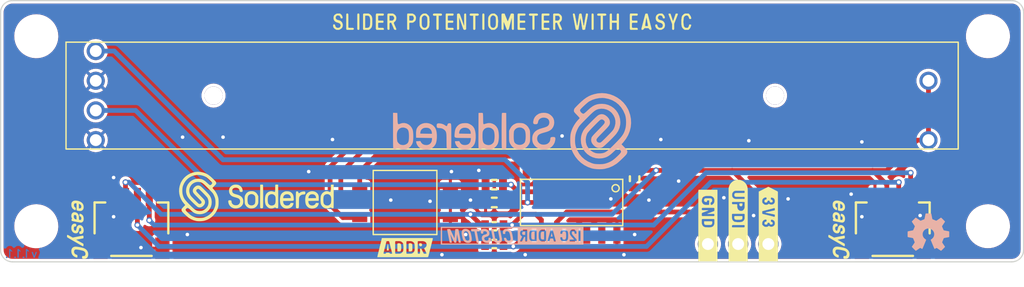
<source format=kicad_pcb>
(kicad_pcb (version 20211014) (generator pcbnew)
  (title_block (title "Slider potentiometer breakout with easyC") (date "2021-09-30") (rev "V1.1.1.") (company "SOLDERED") (comment 1 "333131"))
  (layers (0 "F.Cu" signal) (31 "B.Cu" signal) (34 "B.Paste" user) (35 "F.Paste" user) (36 "B.SilkS" user "B.Silkscreen") (37 "F.SilkS" user "F.Silkscreen") (38 "B.Mask" user) (39 "F.Mask" user) (44 "Edge.Cuts" user))
  (net 0 "")
  (net 1 "GND")
  (net 2 "OUTA")
  (net 3 "OUTB")
  (net 4 "3V3")
  (net 5 "SDA")
  (net 6 "SCL")
  (net 7 "UPDI")
  (net 8 "ADD3")
  (net 9 "ADD2")
  (net 10 "ADD1")
  (footprint "e-radionica.com footprinti:FIDUCIAL_23" (layer "F.Cu") (at 165 127.5)
    (fp_text reference "FD2")
    (fp_text value "FIDUCIAL")
    (fp_circle (center 0 0) (end 1 0) (layer "F.Cu") (width 0.2) (fill none))
    (pad "1" smd circle (at 0 0) (size 1 1) (layers "F.Cu" "F.Paste" "F.Mask") (clearance 1.1))
  )
  (footprint "Soldered Graphics:Logo-Front-easyC-5mm" (layer "F.Cu") (at 160.5 127.3 -90)
    (fp_text reference "G***" hide)
    (fp_text value "LOGO" hide)
  )
  (footprint "e-radionica.com footprinti:HOLE_3.2mm" (layer "F.Cu") (at 173 127)
    (fp_text reference "H4" hide)
    (fp_text value "HOLE_3.2mm" hide)
    (pad "" np_thru_hole circle locked (at 0 0) (size 3.2 3.2) (drill 3.2) (layers F&B.Cu *.Mask))
  )
  (footprint "e-radionica.com footprinti:SLIDER_POT" (layer "F.Cu") (at 133 116)
    (fp_text reference "R1")
    (fp_text value "SLIDER_POT")
    (pad "1a" thru_hole circle locked (at -35 -1.25) (size 1.524 1.524) (drill 1) (layers *.Cu *.Mask) (net 1 "GND"))
    (pad "1b" thru_hole circle locked (at -35 3.75) (size 1.524 1.524) (drill 1) (layers *.Cu *.Mask) (net 1 "GND"))
    (pad "1b0" thru_hole circle locked (at -25.1 0) (size 1.524 1.524) (drill 1.7) (layers *.Cu *.Mask))
    (pad "1b1" thru_hole circle locked (at 22.1 0) (size 1.524 1.524) (drill 1.7) (layers *.Cu *.Mask))
    (pad "2a" thru_hole circle locked (at -35 -3.75) (size 1.524 1.524) (drill 1) (layers *.Cu *.Mask) (net 2 "OUTA"))
    (pad "2b" thru_hole circle locked (at -35 1.25) (size 1.524 1.524) (drill 1) (layers *.Cu *.Mask) (net 3 "OUTB"))
    (pad "3a" thru_hole circle locked (at 35 -1.25) (size 1.524 1.524) (drill 1) (layers *.Cu *.Mask) (net 4 "3V3"))
    (pad "3b" thru_hole circle locked (at 35 3.75) (size 1.524 1.524) (drill 1) (layers *.Cu *.Mask) (net 4 "3V3"))
  )
  (footprint "buzzardLabel" (layer "F.Cu") (at 149.46 130.4 -90)
    (fp_text reference "" (at 0 0 90) (layer "F.SilkS") (effects (font (size 1.27 1.27))))
    (fp_text value "" (at 0 0 90) (layer "F.SilkS") (effects (font (size 1.27 1.27))))
  )
  (footprint "buzzardLabel" (layer "F.Cu") (at 154.54 130.4 -90)
    (fp_text reference "" (at 0 0 90) (layer "F.SilkS") (effects (font (size 1.27 1.27))))
    (fp_text value "" (at 0 0 90) (layer "F.SilkS") (effects (font (size 1.27 1.27))))
  )
  (footprint "buzzardLabel" (layer "F.Cu") (at 133 109.8)
    (fp_text reference "" (at 0 0) (layer "F.SilkS") (effects (font (size 1.27 1.27))))
    (fp_text value "" (at 0 0) (layer "F.SilkS") (effects (font (size 1.27 1.27))))
  )
  (footprint "Soldered Graphics:Logo-Front-SolderedFULL-13mm" (layer "F.Cu") (at 111.5 124.5)
    (fp_text reference "REF**" hide)
    (fp_text value "Logo-Front-SolderedFULL-13mm" hide)
  )
  (footprint "e-radionica.com footprinti:easyC-connector" (layer "F.Cu") (at 165 126.7 180)
    (fp_text reference "K1")
    (fp_text value "easyC-SMD")
    (pad "1" smd rect locked (at -1.5 2.15 180) (size 0.6 1.55) (layers "F.Cu" "F.Paste" "F.Mask") (net 6 "SCL"))
    (pad "2" smd rect locked (at -0.5 2.15 180) (size 0.6 1.55) (layers "F.Cu" "F.Paste" "F.Mask") (net 5 "SDA"))
    (pad "3" smd rect locked (at 0.5 2.15 180) (size 0.6 1.55) (layers "F.Cu" "F.Paste" "F.Mask") (net 4 "3V3"))
    (pad "4" smd rect locked (at 1.5 2.15 180) (size 0.6 1.55) (layers "F.Cu" "F.Paste" "F.Mask") (net 1 "GND"))
    (pad "5" smd rect locked (at 2.6 -2.15 180) (size 1.2 1.8) (layers "F.Cu" "F.Paste" "F.Mask") (net 1 "GND"))
    (pad "5" smd rect locked (at -2.6 -2.15 180) (size 1.2 1.8) (layers "F.Cu" "F.Paste" "F.Mask") (net 1 "GND"))
  )
  (footprint "e-radionica.com footprinti:0603C" (layer "F.Cu") (at 131.5 123.5)
    (fp_text reference "C2")
    (fp_text value "0.1uF")
    (pad "1" smd rect locked (at -0.73 0) (size 0.66 1) (layers "F.Cu" "F.Paste" "F.Mask") (net 1 "GND"))
    (pad "2" smd rect locked (at 0.73 0) (size 0.66 1) (layers "F.Cu" "F.Paste" "F.Mask") (net 3 "OUTB"))
  )
  (footprint "e-radionica.com footprinti:HOLE_3.2mm" (layer "F.Cu") (at 93 111)
    (fp_text reference "H2" hide)
    (fp_text value "HOLE_3.2mm" hide)
    (pad "" np_thru_hole circle locked (at 0 0) (size 3.2 3.2) (drill 3.2) (layers F&B.Cu *.Mask))
  )
  (footprint "e-radionica.com footprinti:0603C" (layer "F.Cu") (at 143.3 123 -90)
    (fp_text reference "C3")
    (fp_text value "0.1uF")
    (pad "1" smd rect locked (at -0.73 0 270) (size 0.66 1) (layers "F.Cu" "F.Paste" "F.Mask") (net 4 "3V3"))
    (pad "2" smd rect locked (at 0.73 0 270) (size 0.66 1) (layers "F.Cu" "F.Paste" "F.Mask") (net 1 "GND"))
  )
  (footprint "e-radionica.com footprinti:FIDUCIAL_23" (layer "F.Cu") (at 104 113)
    (fp_text reference "FD1")
    (fp_text value "FIDUCIAL")
    (fp_circle (center 0 0) (end 1 0) (layer "F.Cu") (width 0.2) (fill none))
    (pad "1" smd circle (at 0 0) (size 1 1) (layers "F.Cu" "F.Paste" "F.Mask") (clearance 1.1))
  )
  (footprint "e-radionica.com footprinti:HEADER-UPDI" (layer "F.Cu") (at 152 128.5 180)
    (fp_text reference "K2")
    (fp_text value "HEADER-UPDI")
    (pad "1" thru_hole circle locked (at -2.54 0 180) (size 1.7 1.7) (drill 1) (layers *.Cu *.Mask) (net 4 "3V3"))
    (pad "2" thru_hole circle locked (at 0 0 180) (size 1.7 1.7) (drill 1) (layers *.Cu *.Mask) (net 7 "UPDI"))
    (pad "3" thru_hole circle locked (at 2.54 0 180) (size 1.7 1.7) (drill 1) (layers *.Cu *.Mask) (net 1 "GND"))
  )
  (footprint "Soldered Graphics:Logo-Back-OSH-3.5mm" (layer "F.Cu") (at 168 127.5)
    (fp_text reference "G***" hide)
    (fp_text value "LOGO" hide)
  )
  (footprint "e-radionica.com footprinti:HOLE_3.2mm" (layer "F.Cu") (at 93 127)
    (fp_text reference "H3" hide)
    (fp_text value "HOLE_3.2mm" hide)
    (pad "" np_thru_hole circle locked (at 0 0) (size 3.2 3.2) (drill 3.2) (layers F&B.Cu *.Mask))
  )
  (footprint "e-radionica.com footprinti:0603R" (layer "F.Cu") (at 131.5 127 180)
    (fp_text reference "R3")
    (fp_text value "10k")
    (pad "1" smd rect locked (at -0.775 0 270) (size 1 0.64) (layers "F.Cu" "F.Paste" "F.Mask") (net 6 "SCL"))
    (pad "2" smd rect locked (at 0.775 0 270) (size 1 0.64) (layers "F.Cu" "F.Paste" "F.Mask") (net 4 "3V3"))
  )
  (footprint "e-radionica.com footprinti:SOIC-14" (layer "F.Cu") (at 138 125 -90)
    (fp_text reference "U1")
    (fp_text value "ATTINY404-SSNR")
    (pad "1" smd rect locked (at -2.7 -3.81 270) (size 1.55 0.6) (layers "F.Cu" "F.Paste" "F.Mask") (net 4 "3V3"))
    (pad "2" smd rect locked (at -2.7 -2.54 270) (size 1.55 0.6) (layers "F.Cu" "F.Paste" "F.Mask") (net 2 "OUTA"))
    (pad "3" smd rect locked (at -2.7 -1.27 270) (size 1.55 0.6) (layers "F.Cu" "F.Paste" "F.Mask") (net 3 "OUTB"))
    (pad "4" smd rect locked (at -2.7 0 270) (size 1.55 0.6) (layers "F.Cu" "F.Paste" "F.Mask"))
    (pad "5" smd rect locked (at -2.7 1.27 270) (size 1.55 0.6) (layers "F.Cu" "F.Paste" "F.Mask") (net 8 "ADD3"))
    (pad "6" smd rect locked (at -2.7 2.54 270) (size 1.55 0.6) (layers "F.Cu" "F.Paste" "F.Mask") (net 9 "ADD2"))
    (pad "7" smd rect locked (at -2.7 3.81 270) (size 1.55 0.6) (layers "F.Cu" "F.Paste" "F.Mask") (net 10 "ADD1"))
    (pad "8" smd rect locked (at 2.7 3.81 270) (size 1.55 0.6) (layers "F.Cu" "F.Paste" "F.Mask") (net 5 "SDA"))
    (pad "9" smd rect locked (at 2.7 2.54 270) (size 1.55 0.6) (layers "F.Cu" "F.Paste" "F.Mask") (net 6 "SCL"))
    (pad "10" smd rect locked (at 2.7 1.27 270) (size 1.55 0.6) (layers "F.Cu" "F.Paste" "F.Mask") (net 7 "UPDI"))
    (pad "11" smd rect locked (at 2.7 0 270) (size 1.55 0.6) (layers "F.Cu" "F.Paste" "F.Mask"))
    (pad "12" smd rect locked (at 2.7 -1.27 270) (size 1.55 0.6) (layers "F.Cu" "F.Paste" "F.Mask"))
    (pad "13" smd rect locked (at 2.7 -2.54 270) (size 1.55 0.6) (layers "F.Cu" "F.Paste" "F.Mask"))
    (pad "14" smd rect locked (at 2.7 -3.81 270) (size 1.55 0.6) (layers "F.Cu" "F.Paste" "F.Mask") (net 1 "GND"))
  )
  (footprint "Soldered Graphics:Logo-Front-easyC-5mm" (layer "F.Cu") (at 96.5 127.3 -90)
    (fp_text reference "G***" hide)
    (fp_text value "LOGO" hide)
  )
  (footprint "Soldered Graphics:Logo-Back-SolderedFULL-20mm" (layer "F.Cu") (at 133 119)
    (fp_text reference "REF**" hide)
    (fp_text value "Logo-Front-SolderedFULL-20mm" hide)
  )
  (footprint "buzzardLabel" (layer "F.Cu") (at 152 130.4 -90)
    (fp_text reference "" (at 0 0 90) (layer "F.SilkS") (effects (font (size 1.27 1.27))))
    (fp_text value "" (at 0 0 90) (layer "F.SilkS") (effects (font (size 1.27 1.27))))
  )
  (footprint "e-radionica.com footprinti:HOLE_3.2mm" (layer "F.Cu") (at 173 111)
    (fp_text reference "H1" hide)
    (fp_text value "HOLE_3.2mm" hide)
    (pad "" np_thru_hole circle locked (at 0 0) (size 3.2 3.2) (drill 3.2) (layers F&B.Cu *.Mask))
  )
  (footprint "e-radionica.com footprinti:DSHP03TS-S" (layer "F.Cu") (at 124 125)
    (fp_text reference "K4")
    (fp_text value "DSHP03TS-S")
    (pad "1" smd rect locked (at -3.81 -1.27 90) (size 0.76 1.27) (layers "F.Cu" "F.Paste" "F.Mask") (net 10 "ADD1"))
    (pad "2" smd rect locked (at 3.81 -1.27 90) (size 0.76 1.27) (layers "F.Cu" "F.Paste" "F.Mask") (net 1 "GND"))
    (pad "3" smd rect locked (at -3.81 0 90) (size 0.76 1.27) (layers "F.Cu" "F.Paste" "F.Mask") (net 9 "ADD2"))
    (pad "4" smd rect locked (at 3.81 0 90) (size 0.76 1.27) (layers "F.Cu" "F.Paste" "F.Mask") (net 1 "GND"))
    (pad "5" smd rect locked (at -3.81 1.27 90) (size 0.76 1.27) (layers "F.Cu" "F.Paste" "F.Mask") (net 8 "ADD3"))
    (pad "6" smd rect locked (at 3.81 1.27 90) (size 0.76 1.27) (layers "F.Cu" "F.Paste" "F.Mask") (net 1 "GND"))
  )
  (footprint "buzzardLabel" (layer "F.Cu") (at 124 128.8)
    (fp_text reference "" (at 0 0) (layer "F.SilkS") (effects (font (size 1.27 1.27))))
    (fp_text value "" (at 0 0) (layer "F.SilkS") (effects (font (size 1.27 1.27))))
  )
  (footprint "e-radionica.com footprinti:easyC-connector" (layer "F.Cu") (at 101 126.7 180)
    (fp_text reference "K3")
    (fp_text value "easyC-SMD")
    (pad "1" smd rect locked (at -1.5 2.15 180) (size 0.6 1.55) (layers "F.Cu" "F.Paste" "F.Mask") (net 6 "SCL"))
    (pad "2" smd rect locked (at -0.5 2.15 180) (size 0.6 1.55) (layers "F.Cu" "F.Paste" "F.Mask") (net 5 "SDA"))
    (pad "3" smd rect locked (at 0.5 2.15 180) (size 0.6 1.55) (layers "F.Cu" "F.Paste" "F.Mask") (net 4 "3V3"))
    (pad "4" smd rect locked (at 1.5 2.15 180) (size 0.6 1.55) (layers "F.Cu" "F.Paste" "F.Mask") (net 1 "GND"))
    (pad "5" smd rect locked (at -2.6 -2.15 180) (size 1.2 1.8) (layers "F.Cu" "F.Paste" "F.Mask") (net 1 "GND"))
    (pad "5" smd rect locked (at 2.6 -2.15 180) (size 1.2 1.8) (layers "F.Cu" "F.Paste" "F.Mask") (net 1 "GND"))
  )
  (footprint "e-radionica.com footprinti:0603C" (layer "F.Cu") (at 131.5 125 180)
    (fp_text reference "C1")
    (fp_text value "0.1uF")
    (pad "1" smd rect locked (at -0.73 0 180) (size 0.66 1) (layers "F.Cu" "F.Paste" "F.Mask") (net 2 "OUTA"))
    (pad "2" smd rect locked (at 0.73 0 180) (size 0.66 1) (layers "F.Cu" "F.Paste" "F.Mask") (net 1 "GND"))
  )
  (footprint "e-radionica.com footprinti:0603R" (layer "F.Cu") (at 131.5 128.5 180)
    (fp_text reference "R2")
    (fp_text value "10k")
    (pad "1" smd rect locked (at -0.775 0 270) (size 1 0.64) (layers "F.Cu" "F.Paste" "F.Mask") (net 5 "SDA"))
    (pad "2" smd rect locked (at 0.775 0 270) (size 1 0.64) (layers "F.Cu" "F.Paste" "F.Mask") (net 4 "3V3"))
  )
  (footprint "Soldered Graphics:Version1.1.1." (layer "B.Cu") (at 91.7 129.3 180)
    (fp_text reference "REF**" hide)
    (fp_text value "Version1.1.1." hide)
    (fp_poly (pts (xy 0.43 -0.38) (xy 0.48 -0.38) (xy 0.54 -0.37) (xy 0.54 -0.33) (xy 0.54 -0.27) (xy 0.5 -0.26) (xy 0.45 -0.26) (xy 0.42 -0.29) (xy 0.42 -0.34) (xy 0.43 -0.38)) (layer "B.Cu") (width 0.01) (fill solid))
    (fp_poly (pts (xy -0.27 -0.38) (xy -0.22 -0.38) (xy -0.17 -0.37) (xy -0.16 -0.33) (xy -0.16 -0.27) (xy -0.21 -0.26) (xy -0.26 -0.26) (xy -0.29 -0.29) (xy -0.29 -0.34) (xy -0.27 -0.38)) (layer "B.Cu") (width 0.01) (fill solid))
    (fp_poly (pts (xy 0.21 -0.35) (xy 0.26 -0.35) (xy 0.28 -0.31) (xy 0.28 0.35) (xy 0.24 0.38) (xy 0.19 0.38) (xy 0.15 0.34) (xy 0.04 0.22) (xy 0.02 0.17) (xy 0.05 0.16) (xy 0.14 0.22) (xy 0.18 0.23) (xy 0.18 -0.31) (xy 0.21 -0.35)) (layer "B.Cu") (width 0.01) (fill solid))
    (fp_poly (pts (xy 0.91 -0.35) (xy 0.96 -0.35) (xy 0.98 -0.31) (xy 0.98 0.35) (xy 0.95 0.38) (xy 0.89 0.38) (xy 0.86 0.34) (xy 0.74 0.22) (xy 0.73 0.17) (xy 0.76 0.16) (xy 0.85 0.22) (xy 0.89 0.23) (xy 0.89 -0.31) (xy 0.91 -0.35)) (layer "B.Cu") (width 0.01) (fill solid))
    (fp_poly (pts (xy -1.15 -0.35) (xy -1.1 -0.35) (xy -1.07 -0.31) (xy -0.92 0.1) (xy -0.94 0.13) (xy -0.99 0.13) (xy -1.02 0.1) (xy -1.11 -0.16) (xy -1.13 -0.21) (xy -1.15 -0.17) (xy -1.24 0.09) (xy -1.26 0.13) (xy -1.32 0.13) (xy -1.34 0.1) (xy -1.18 -0.31) (xy -1.15 -0.35)) (layer "B.Cu") (width 0.01) (fill solid))
    (fp_poly (pts (xy -0.5 -0.35) (xy -0.44 -0.35) (xy -0.43 -0.31) (xy -0.43 0.35) (xy -0.46 0.38) (xy -0.52 0.38) (xy -0.55 0.34) (xy -0.67 0.22) (xy -0.68 0.17) (xy -0.65 0.16) (xy -0.56 0.22) (xy -0.52 0.23) (xy -0.52 -0.31) (xy -0.5 -0.35)) (layer "B.Cu") (width 0.01) (fill solid))
    (fp_poly (pts (xy 1.14 -0.38) (xy 1.19 -0.38) (xy 1.24 -0.37) (xy 1.25 -0.33) (xy 1.25 -0.27) (xy 1.2 -0.26) (xy 1.15 -0.26) (xy 1.12 -0.29) (xy 1.12 -0.34) (xy 1.14 -0.38)) (layer "B.Cu") (width 0.01) (fill solid))
  )
  (footprint "Soldered Graphics:Symbol-Front_I2C_ADDR_CUSTOM" (layer "B.Cu") (at 133 127.8 180)
    (fp_text reference "REF**" hide)
    (fp_text value "Symbol-Front_I2C_ADDR_CUSTOM" hide)
  )
  (gr_arc (start 175 108) (mid 175.707107 108.292893) (end 176 109) (layer "Edge.Cuts") (width 0.1))
  (gr_line (start 176 109) (end 176 129) (layer "Edge.Cuts") (width 0.1))
  (gr_arc (start 176 129) (mid 175.707107 129.707107) (end 175 130) (layer "Edge.Cuts") (width 0.1))
  (gr_line (start 90 129) (end 90 109) (layer "Edge.Cuts") (width 0.1))
  (gr_arc (start 90 109) (mid 90.292893 108.292893) (end 91 108) (layer "Edge.Cuts") (width 0.1))
  (gr_line (start 91 108) (end 175 108) (layer "Edge.Cuts") (width 0.1))
  (gr_arc (start 91 130) (mid 90.292893 129.707107) (end 90 129) (layer "Edge.Cuts") (width 0.1))
  (gr_line (start 175 130) (end 91 130) (layer "Edge.Cuts") (width 0.1))
  (via (at 137.2 119.4) (size 0.5) (drill 0.3) (layers "F.Cu" "B.Cu") (net 1))
  (via (at 156.2 124.7) (size 0.5) (drill 0.3) (layers "F.Cu" "B.Cu") (net 1))
  (via (at 127.1 129.4) (size 0.5) (drill 0.3) (layers "F.Cu" "B.Cu") (net 1))
  (via (at 126.1 124.9) (size 0.5) (drill 0.3) (layers "F.Cu" "B.Cu") (net 1))
  (via (at 153.3 126.1) (size 0.5) (drill 0.3) (layers "F.Cu" "B.Cu") (net 1))
  (via (at 152.9 119.8) (size 0.5) (drill 0.3) (layers "F.Cu" "B.Cu") (net 1))
  (via (at 161.5 124.3) (size 0.5) (drill 0.3) (layers "F.Cu" "B.Cu") (net 1))
  (via (at 134.1 129.4) (size 0.5) (drill 0.3) (layers "F.Cu" "B.Cu") (net 1))
  (via (at 130.2 122.3) (size 0.5) (drill 0.3) (layers "F.Cu" "B.Cu") (net 1))
  (via (at 117.9 119.7) (size 0.5) (drill 0.3) (layers "F.Cu" "B.Cu") (net 1))
  (via (at 105.7 127.7) (size 0.5) (drill 0.3) (layers "F.Cu" "B.Cu") (net 1))
  (via (at 105.3 119.5) (size 0.5) (drill 0.3) (layers "F.Cu" "B.Cu") (net 1))
  (via (at 122.8 124.8) (size 0.5) (drill 0.3) (layers "F.Cu" "B.Cu") (net 1))
  (via (at 162.4 119.9) (size 0.5) (drill 0.3) (layers "F.Cu" "B.Cu") (net 1))
  (via (at 143.3 127.7) (size 0.5) (drill 0.3) (layers "F.Cu" "B.Cu") (net 1))
  (via (at 115.9 122.4) (size 0.5) (drill 0.3) (layers "F.Cu" "B.Cu") (net 1))
  (via (at 129.1 127.7) (size 0.5) (drill 0.3) (layers "F.Cu" "B.Cu") (net 1))
  (via (at 127.9 122.4) (size 0.5) (drill 0.3) (layers "F.Cu" "B.Cu") (net 1))
  (via (at 150.8 124.6) (size 0.5) (drill 0.3) (layers "F.Cu" "B.Cu") (net 1))
  (via (at 129.5 124.8) (size 0.5) (drill 0.3) (layers "F.Cu" "B.Cu") (net 1))
  (via (at 144.5 124.8) (size 0.5) (drill 0.3) (layers "F.Cu" "B.Cu") (net 1))
  (via (at 142.4 129.4) (size 0.5) (drill 0.3) (layers "F.Cu" "B.Cu") (net 1))
  (via (at 145.5 119.7) (size 0.5) (drill 0.3) (layers "F.Cu" "B.Cu") (net 1))
  (via (at 99.5 122.9) (size 0.5) (drill 0.3) (layers "F.Cu" "B.Cu") (net 1))
  (via (at 99.5 126.2) (size 0.5) (drill 0.3) (layers "F.Cu" "B.Cu") (net 1))
  (via (at 167.3 126.1) (size 0.5) (drill 0.3) (layers "F.Cu" "B.Cu") (net 1))
  (via (at 147 123.2) (size 0.5) (drill 0.3) (layers "F.Cu" "B.Cu") (net 1))
  (via (at 108.7 119.5) (size 0.5) (drill 0.3) (layers "F.Cu" "B.Cu") (net 1))
  (via (at 141.3 124.7) (size 0.5) (drill 0.3) (layers "F.Cu" "B.Cu") (net 1))
  (via (at 162.4 126.2) (size 0.5) (drill 0.3) (layers "F.Cu" "B.Cu") (net 1))
  (via (at 101.8 128.8) (size 0.5) (drill 0.3) (layers "F.Cu" "B.Cu") (net 1))
  (segment (start 134.3 125) (end 139.4 125) (width 0.4) (layer "F.Cu") (net 2))
  (segment (start 140.54 123.86) (end 140.54 122.3) (width 0.4) (layer "F.Cu") (net 2))
  (segment (start 132.23 125) (end 134.3 125) (width 0.4) (layer "F.Cu") (net 2))
  (segment (start 139.4 125) (end 140.54 123.86) (width 0.4) (layer "F.Cu") (net 2))
  (via (at 134.3 125) (size 0.5) (drill 0.3) (layers "F.Cu" "B.Cu") (net 2))
  (segment (start 98 112.25) (end 99.55 112.25) (width 0.4) (layer "B.Cu") (net 2))
  (segment (start 134.3 123.3) (end 134.3 125) (width 0.4) (layer "B.Cu") (net 2))
  (segment (start 108.7 121.4) (end 132.4 121.4) (width 0.4) (layer "B.Cu") (net 2))
  (segment (start 132.4 121.4) (end 134.3 123.3) (width 0.4) (layer "B.Cu") (net 2))
  (segment (start 99.55 112.25) (end 108.7 121.4) (width 0.4) (layer "B.Cu") (net 2))
  (segment (start 132.23 123.5) (end 132.9 123.5) (width 0.4) (layer "F.Cu") (net 3))
  (segment (start 132.9 123.5) (end 133.5 124.1) (width 0.4) (layer "F.Cu") (net 3))
  (segment (start 138.5 124.1) (end 139.27 123.33) (width 0.4) (layer "F.Cu") (net 3))
  (segment (start 133.5 124.1) (end 138.5 124.1) (width 0.4) (layer "F.Cu") (net 3))
  (segment (start 139.27 123.33) (end 139.27 122.3) (width 0.4) (layer "F.Cu") (net 3))
  (via (at 132.9 123.5) (size 0.5) (drill 0.3) (layers "F.Cu" "B.Cu") (net 3))
  (segment (start 98 117.25) (end 101.35 117.25) (width 0.4) (layer "B.Cu") (net 3))
  (segment (start 101.35 117.25) (end 107.6 123.5) (width 0.4) (layer "B.Cu") (net 3))
  (segment (start 107.6 123.5) (end 132.9 123.5) (width 0.4) (layer "B.Cu") (net 3))
  (segment (start 130.725 127) (end 130.5 127) (width 0.4) (layer "F.Cu") (net 4))
  (segment (start 164.5 124.55) (end 164.5 123.5) (width 0.4) (layer "F.Cu") (net 4))
  (segment (start 151.5 122.3) (end 154.54 125.34) (width 0.4) (layer "F.Cu") (net 4))
  (segment (start 167.05 119.75) (end 168 119.75) (width 0.4) (layer "F.Cu") (net 4))
  (segment (start 145.1 122.3) (end 143.33 122.3) (width 0.4) (layer "F.Cu") (net 4))
  (segment (start 130.725 127) (end 130.725 128.5) (width 0.4) (layer "F.Cu") (net 4))
  (segment (start 164.5 123.5) (end 163.3 122.3) (width 0.4) (layer "F.Cu") (net 4))
  (segment (start 143.27 122.3) (end 143.3 122.27) (width 0.4) (layer "F.Cu") (net 4))
  (segment (start 168 119.75) (end 168 114.75) (width 0.4) (layer "F.Cu") (net 4))
  (segment (start 154.54 125.34) (end 154.54 128.5) (width 0.4) (layer "F.Cu") (net 4))
  (segment (start 164.5 122.3) (end 167.05 119.75) (width 0.4) (layer "F.Cu") (net 4))
  (segment (start 145.1 122.3) (end 151.5 122.3) (width 0.4) (layer "F.Cu") (net 4))
  (segment (start 163.3 122.3) (end 164.5 122.3) (width 0.4) (layer "F.Cu") (net 4))
  (segment (start 100.5 124.55) (end 100.5 123.3) (width 0.4) (layer "F.Cu") (net 4))
  (segment (start 163.3 122.3) (end 151.5 122.3) (width 0.4) (layer "F.Cu") (net 4))
  (segment (start 130.5 127) (end 129.5 126) (width 0.4) (layer "F.Cu") (net 4))
  (segment (start 141.81 122.3) (end 143.27 122.3) (width 0.4) (layer "F.Cu") (net 4))
  (segment (start 143.33 122.3) (end 143.3 122.27) (width 0.4) (layer "F.Cu") (net 4))
  (via (at 100.5 123.3) (size 0.5) (drill 0.3) (layers "F.Cu" "B.Cu") (net 4))
  (via (at 129.5 126) (size 0.5) (drill 0.3) (layers "F.Cu" "B.Cu") (net 4))
  (via (at 145.1 122.3) (size 0.5) (drill 0.3) (layers "F.Cu" "B.Cu") (net 4))
  (segment (start 103.5 126) (end 129.5 126) (width 0.4) (layer "B.Cu") (net 4))
  (segment (start 145.1 122.3) (end 141.4 126) (width 0.4) (layer "B.Cu") (net 4))
  (segment (start 141.4 126) (end 129.5 126) (width 0.4) (layer "B.Cu") (net 4))
  (segment (start 100.8 123.3) (end 103.5 126) (width 0.4) (layer "B.Cu") (net 4))
  (segment (start 100.5 123.3) (end 100.8 123.3) (width 0.4) (layer "B.Cu") (net 4))
  (segment (start 132.275 128.5) (end 132.475 128.7) (width 0.4) (layer "F.Cu") (net 5))
  (segment (start 165.5 123.3) (end 165.5 124.55) (width 0.4) (layer "F.Cu") (net 5))
  (segment (start 101.5 126.9) (end 101.5 124.55) (width 0.4) (layer "F.Cu") (net 5))
  (segment (start 132.475 128.7) (end 133.19 128.7) (width 0.4) (layer "F.Cu") (net 5))
  (segment (start 133.19 128.7) (end 134.19 127.7) (width 0.4) (layer "F.Cu") (net 5))
  (via (at 165.5 123.3) (size 0.5) (drill 0.3) (layers "F.Cu" "B.Cu") (net 5))
  (via (at 101.5 126.9) (size 0.5) (drill 0.3) (layers "F.Cu" "B.Cu") (net 5))
  (via (at 133.1 128.7) (size 0.5) (drill 0.3) (layers "F.Cu" "B.Cu") (net 5))
  (segment (start 103.3 128.7) (end 101.5 126.9) (width 0.4) (layer "B.Cu") (net 5))
  (segment (start 133.1 128.7) (end 144.3 128.7) (width 0.4) (layer "B.Cu") (net 5))
  (segment (start 144.3 128.7) (end 149.7 123.3) (width 0.4) (layer "B.Cu") (net 5))
  (segment (start 133.1 128.7) (end 103.3 128.7) (width 0.4) (layer "B.Cu") (net 5))
  (segment (start 149.7 123.3) (end 165.5 123.3) (width 0.4) (layer "B.Cu") (net 5))
  (segment (start 135 126) (end 135.46 126.46) (width 0.4) (layer "F.Cu") (net 6))
  (segment (start 132.9 127) (end 133 126.9) (width 0.4) (layer "F.Cu") (net 6))
  (segment (start 166.5 122.5) (end 166.5 124.55) (width 0.4) (layer "F.Cu") (net 6))
  (segment (start 102.5 126.5) (end 102.5 124.55) (width 0.4) (layer "F.Cu") (net 6))
  (segment (start 132.275 127) (end 132.9 127) (width 0.4) (layer "F.Cu") (net 6))
  (segment (start 133 126.9) (end 133.9 126) (width 0.4) (layer "F.Cu") (net 6))
  (segment (start 133.9 126) (end 135 126) (width 0.4) (layer "F.Cu") (net 6))
  (segment (start 135.46 126.46) (end 135.46 127.7) (width 0.4) (layer "F.Cu") (net 6))
  (via (at 133 126.9) (size 0.5) (drill 0.3) (layers "F.Cu" "B.Cu") (net 6))
  (via (at 102.5 126.5) (size 0.5) (drill 0.3) (layers "F.Cu" "B.Cu") (net 6))
  (via (at 166.5 122.5) (size 0.5) (drill 0.3) (layers "F.Cu" "B.Cu") (net 6))
  (segment (start 149.3 122.5) (end 166.5 122.5) (width 0.4) (layer "B.Cu") (net 6))
  (segment (start 133 126.9) (end 144.9 126.9) (width 0.4) (layer "B.Cu") (net 6))
  (segment (start 102.9 126.9) (end 102.5 126.5) (width 0.4) (layer "B.Cu") (net 6))
  (segment (start 144.9 126.9) (end 149.3 122.5) (width 0.4) (layer "B.Cu") (net 6))
  (segment (start 133 126.9) (end 102.9 126.9) (width 0.4) (layer "B.Cu") (net 6))
  (segment (start 136.73 127.7) (end 136.73 126.67) (width 0.4) (layer "F.Cu") (net 7))
  (segment (start 150.8 125.8) (end 152 127) (width 0.4) (layer "F.Cu") (net 7))
  (segment (start 152 127) (end 152 128.5) (width 0.4) (layer "F.Cu") (net 7))
  (segment (start 136.73 126.67) (end 137.6 125.8) (width 0.4) (layer "F.Cu") (net 7))
  (segment (start 137.6 125.8) (end 150.8 125.8) (width 0.4) (layer "F.Cu") (net 7))
  (segment (start 117.7 125.2) (end 117.7 122) (width 0.4) (layer "F.Cu") (net 8))
  (segment (start 120.2 119.5) (end 135.4 119.5) (width 0.4) (layer "F.Cu") (net 8))
  (segment (start 136.73 120.83) (end 136.73 122.3) (width 0.4) (layer "F.Cu") (net 8))
  (segment (start 135.4 119.5) (end 136.73 120.83) (width 0.4) (layer "F.Cu") (net 8))
  (segment (start 118.77 126.27) (end 117.7 125.2) (width 0.4) (layer "F.Cu") (net 8))
  (segment (start 117.7 122) (end 120.2 119.5) (width 0.4) (layer "F.Cu") (net 8))
  (segment (start 120.19 126.27) (end 118.77 126.27) (width 0.4) (layer "F.Cu") (net 8))
  (segment (start 120.8 120.3) (end 134.8 120.3) (width 0.4) (layer "F.Cu") (net 9))
  (segment (start 119.3 125) (end 118.6 124.3) (width 0.4) (layer "F.Cu") (net 9))
  (segment (start 118.6 122.5) (end 120.8 120.3) (width 0.4) (layer "F.Cu") (net 9))
  (segment (start 134.8 120.3) (end 135.46 120.96) (width 0.4) (layer "F.Cu") (net 9))
  (segment (start 135.46 120.96) (end 135.46 122.3) (width 0.4) (layer "F.Cu") (net 9))
  (segment (start 118.6 124.3) (end 118.6 122.5) (width 0.4) (layer "F.Cu") (net 9))
  (segment (start 120.19 125) (end 119.3 125) (width 0.4) (layer "F.Cu") (net 9))
  (segment (start 120.19 122.41) (end 121.5 121.1) (width 0.4) (layer "F.Cu") (net 10))
  (segment (start 121.5 121.1) (end 133.6 121.1) (width 0.4) (layer "F.Cu") (net 10))
  (segment (start 120.19 123.73) (end 120.19 122.41) (width 0.4) (layer "F.Cu") (net 10))
  (segment (start 134.19 121.69) (end 134.19 122.3) (width 0.4) (layer "F.Cu") (net 10))
  (segment (start 133.6 121.1) (end 134.19 121.69) (width 0.4) (layer "F.Cu") (net 10))
  (zone (net 1) (net_name "GND") (layers F&B.Cu) (connect_pads (clearance 0.254)) (min_thickness 0.254) (fill yes (thermal_gap 0.254) (thermal_bridge_width 0.254))
    (polygon (pts (xy 176 130) (xy 90 130) (xy 90 108) (xy 176 108)))
  )
)
</source>
